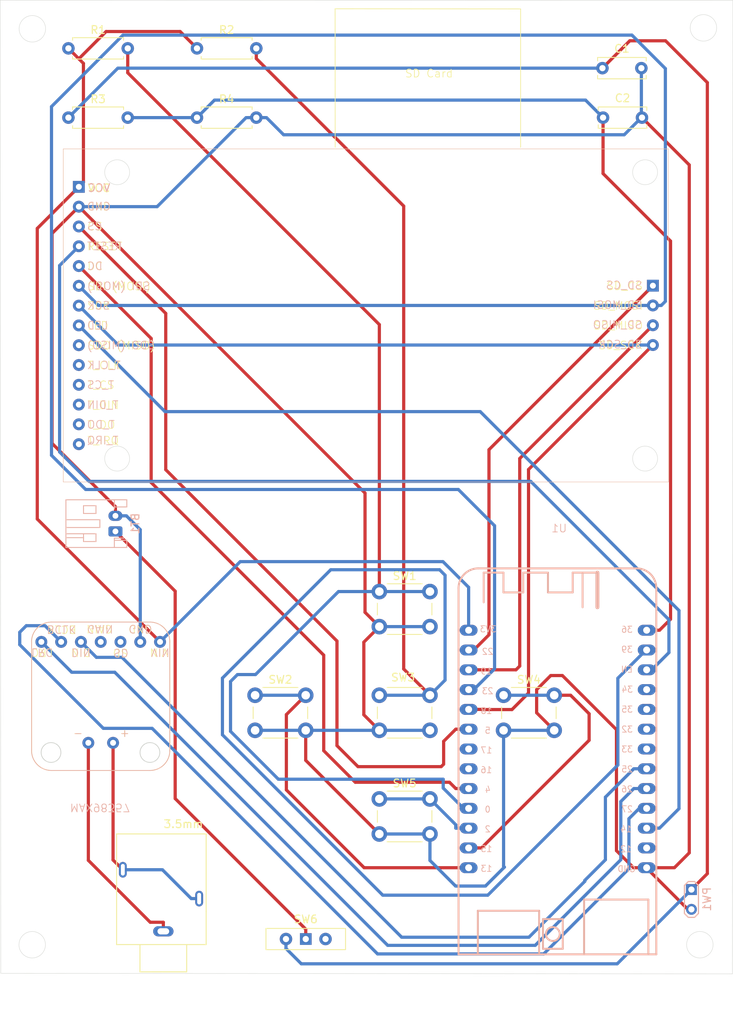
<source format=kicad_pcb>
(kicad_pcb (version 20240108) (generator "pcbnew") (generator_version "8.0")
  (layers (0 "F.Cu" signal) (31 "B.Cu" signal) (34 "B.Paste" user) (35 "F.Paste" user) (36 "B.SilkS" user "B.Silkscreen") (37 "F.SilkS" user "F.Silkscreen") (38 "B.Mask" user) (39 "F.Mask" user) (44 "Edge.Cuts" user))
  (net 0 "")
  (net 1 "14")
  (net 2 "SCK")
  (net 3 "CS_LCD")
  (net 4 "SD_CS")
  (net 5 "GPIO4")
  (net 6 "EN")
  (net 7 "GND")
  (net 8 "VCC")
  (net 9 "SDI")
  (net 10 "SDO")
  (net 11 "MAX_DIN")
  (net 12 "MAX_BCLK")
  (net 13 "MAX_LRC")
  (net 14 "audio+")
  (net 15 "audio-")
  (net 16 "PWR")
  (net 17 "VCC2")
  (net 18 "VP")
  (net 19 "SW1")
  (net 20 "SW2")
  (net 21 "SW3")
  (net 22 "SW4")
  (net 23 "SW5")
  (footprint "Resistor_THT:R_Axial_DIN0207_L6.3mm_D2.5mm_P7.62mm_Horizontal" (layer "F.Cu") (at 111.15 41.1433)
    (property "Reference" "R3" (at 3.81 -2.37 0) (layer "F.SilkS"))
    (property "Value" "R3")
    (pad "1" thru_hole circle (at 0 0) (size 1.6 1.6) (drill 0.8) (layers "*.Cu" "*.Mask") (net 17 "VCC2"))
    (pad "2" thru_hole oval (at 7.62 0) (size 1.6 1.6) (drill 0.8) (layers "*.Cu" "*.Mask") (net 18 "VP"))
  )
  (footprint "Resistor_THT:R_Axial_DIN0207_L6.3mm_D2.5mm_P7.62mm_Horizontal" (layer "F.Cu") (at 127.66 41.1433)
    (property "Reference" "R4" (at 3.81 -2.37 0) (layer "F.SilkS"))
    (property "Value" "R4")
    (pad "1" thru_hole circle (at 0 0) (size 1.6 1.6) (drill 0.8) (layers "*.Cu" "*.Mask") (net 18 "VP"))
    (pad "2" thru_hole oval (at 7.62 0) (size 1.6 1.6) (drill 0.8) (layers "*.Cu" "*.Mask") (net 7 "GND"))
  )
  (footprint "PJ324M:WENZHOU_PJ324M_2" (layer "F.Cu") (at 123.34 140.1633 180)
    (property "Reference" "3.5mm" (at -2.575 8.365 0) (layer "F.SilkS"))
    (property "Value" "WENZHOU_PJ324M_2")
    (pad "1 (GND)" thru_hole oval (at 0 -5.4 180) (size 2.616 1.308) (drill oval 1.5 0.8) (layers "*.Cu" "*.Mask") (net 15 "audio-"))
    (pad "2 (R)" thru_hole oval (at 5.2 2.5 180) (size 1.008 2.016) (drill oval 0.5 1.5) (layers "*.Cu" "*.Mask") (net 14 "audio+"))
    (pad "5 (L)" thru_hole oval (at -4.6 -1.2 180) (size 1.008 2.016) (drill oval 0.5 1.5) (layers "*.Cu" "*.Mask") (net 14 "audio+"))
  )
  (footprint "Resistor_THT:R_Axial_DIN0207_L6.3mm_D2.5mm_P7.62mm_Horizontal" (layer "F.Cu") (at 111.15 32.2533)
    (property "Reference" "R1" (at 3.81 -2.37 0) (layer "F.SilkS"))
    (property "Value" "R1")
    (pad "1" thru_hole circle (at 0 0) (size 1.6 1.6) (drill 0.8) (layers "*.Cu" "*.Mask") (net 8 "VCC"))
    (pad "2" thru_hole oval (at 7.62 0) (size 1.6 1.6) (drill 0.8) (layers "*.Cu" "*.Mask") (net 19 "SW1"))
  )
  (footprint "ILI9341 LCD:2.4 SPI TFT ILI9341 LCD" (layer "F.Cu") (at 149.175 64.0033)
    (property "Reference" "REF**" (hide yes))
    (property "Value" "2.4 SPI TFT ILI9341 LCD")
    (fp_circle (center -31.765004 20.895773) (end -30.165004 20.895773) (stroke (width 0.05)) (fill none) (layer "Edge.Cuts"))
    (fp_circle (center -31.765 -15.85) (end -30.165 -15.85) (stroke (width 0.05)) (fill none) (layer "Edge.Cuts"))
    (fp_circle (center 36.034996 20.895773) (end 37.634996 20.895773) (stroke (width 0.05)) (fill none) (layer "Edge.Cuts"))
    (fp_circle (center 36.035 -15.85) (end 37.635 -15.85) (stroke (width 0.05)) (fill none) (layer "Edge.Cuts"))
    (fp_text user "T_CS" (at -32.096428 12.025 0) (layer "B.SilkS") (effects (font (thickness 0.1)) (justify left bottom mirror)))
    (fp_text user "LED" (at -32.858333 4.4 0) (layer "B.SilkS") (effects (font (thickness 0.1)) (justify left bottom mirror)))
    (fp_text user "RESET" (at -31.048809 -5.775 0) (layer "B.SilkS") (effects (font (thickness 0.1)) (justify left bottom mirror)))
    (fp_text user "VCC" (at -32.565476 -13.25 0) (layer "B.SilkS") (effects (justify left bottom mirror)))
    (fp_text user "SCK" (at -32.620238 1.85 0) (layer "B.SilkS") (effects (font (thickness 0.1)) (justify left bottom mirror)))
    (fp_text user "T_IRQ" (at -31.525 19.15 0) (layer "B.SilkS") (effects (font (thickness 0.1)) (justify left bottom mirror)))
    (fp_text user "SDO (MISO)" (at -26.858333 6.95 0) (layer "B.SilkS") (effects (font (thickness 0.1)) (justify left bottom mirror)))
    (fp_text user "T_DO" (at -32.00119 17.125 0) (layer "B.SilkS") (effects (font (thickness 0.1)) (justify left bottom mirror)))
    (fp_text user "DC" (at -33.572619 -3.225 0) (layer "B.SilkS") (effects (font (thickness 0.1)) (justify left bottom mirror)))
    (fp_text user "SD_MISO" (at 35.725 4.3 0) (layer "B.SilkS") (effects (font (thickness 0.1)) (justify left bottom mirror)))
    (fp_text user "SD_MOSI" (at 35.725 1.766667 0) (layer "B.SilkS") (effects (font (thickness 0.1)) (justify left bottom mirror)))
    (fp_text user "T_CLK" (at -31.239285 9.5 0) (layer "B.SilkS") (effects (font (thickness 0.1)) (justify left bottom mirror)))
    (fp_text user "SDI (MOSI)" (at -27.429762 -0.65 0) (layer "B.SilkS") (effects (font (thickness 0.1)) (justify left bottom mirror)))
    (fp_text user "CS" (at -33.620238 -8.325 0) (layer "B.SilkS") (effects (font (thickness 0.1)) (justify left bottom mirror)))
    (fp_text user "T_DIN" (at -31.525 14.6 0) (layer "B.SilkS") (effects (font (thickness 0.1)) (justify left bottom mirror)))
    (fp_text user "SD_SCK" (at 35.725 6.833334 0) (layer "B.SilkS") (effects (font (thickness 0.1)) (justify left bottom mirror)))
    (fp_text user "SD_CS" (at 35.725 -0.766666 0) (layer "B.SilkS") (effects (font (thickness 0.1)) (justify left bottom mirror)))
    (fp_text user "GND" (at -32.525 -10.875 0) (layer "B.SilkS") (effects (font (thickness 0.1)) (justify left bottom mirror)))
    (fp_text user "T_CLK" (at -35.660002 9.522887 0) (layer "F.SilkS") (effects (font (thickness 0.1)) (justify left bottom)))
    (fp_text user "T_DO" (at -35.660002 17.147887 0) (layer "F.SilkS") (effects (font (thickness 0.1)) (justify left bottom)))
    (fp_text user "T_IRQ" (at -35.660002 19.172887 0) (layer "F.SilkS") (effects (font (thickness 0.1)) (justify left bottom)))
    (fp_text user "RESET" (at -35.685002 -5.752113 0) (layer "F.SilkS") (effects (font (thickness 0.1)) (justify left bottom)))
    (fp_text user "T_CS" (at -35.660002 12.047887 0) (layer "F.SilkS") (effects (font (thickness 0.1)) (justify left bottom)))
    (fp_text user "VCC" (at -35.635002 -13.227113 0) (layer "F.SilkS") (effects (justify left bottom)))
    (fp_text user "SCK" (at -35.660002 1.872887 0) (layer "F.SilkS") (effects (font (thickness 0.1)) (justify left bottom)))
    (fp_text user "SD_MISO" (at 29.348332 4.414553 0) (layer "F.SilkS") (effects (font (thickness 0.1)) (justify left bottom)))
    (fp_text user "GND" (at -35.710002 -10.852113 0) (layer "F.SilkS") (effects (font (thickness 0.1)) (justify left bottom)))
    (fp_text user "SD_MOSI" (at 29.348332 1.88122 0) (layer "F.SilkS") (effects (font (thickness 0.1)) (justify left bottom)))
    (fp_text user "LED" (at -35.660002 4.422887 0) (layer "F.SilkS") (effects (font (thickness 0.1)) (justify left bottom)))
    (fp_text user "CS" (at -35.660002 -8.302113 0) (layer "F.SilkS") (effects (font (thickness 0.1)) (justify left bottom)))
    (fp_text user "SD_SCK" (at 30.014998 6.947887 0) (layer "F.SilkS") (effects (font (thickness 0.1)) (justify left bottom)))
    (fp_text user "DC" (at -35.660002 -3.202113 0) (layer "F.SilkS") (effects (font (thickness 0.1)) (justify left bottom)))
    (fp_text user "T_DIN" (at -35.660002 14.622887 0) (layer "F.SilkS") (effects (font (thickness 0.1)) (justify left bottom)))
    (fp_text user "SDI (MOSI)" (at -35.660002 -0.627113 0) (layer "F.SilkS") (effects (font (thickness 0.1)) (justify left bottom)))
    (fp_text user "SD_CS" (at 31.014998 -0.652113 0) (layer "F.SilkS") (effects (font (thickness 0.1)) (justify left bottom)))
    (fp_text user "SDO (MISO)" (at -35.660002 6.972887 0) (layer "F.SilkS") (effects (font (thickness 0.1)) (justify left bottom)))
    (pad "CS" thru_hole circle (at -36.685004 -8.894227) (size 1.524 1.524) (drill 0.762) (layers "*.Cu" "*.Mask") (net 3 "CS_LCD"))
    (pad "DC" thru_hole circle (at -36.685004 -3.814227) (size 1.524 1.524) (drill 0.762) (layers "*.Cu" "*.Mask") (net 5 "GPIO4"))
    (pad "GND" thru_hole circle (at -36.685004 -11.434227) (size 1.524 1.524) (drill 0.762) (layers "*.Cu" "*.Mask") (net 7 "GND"))
    (pad "LED" thru_hole circle (at -36.685004 3.805773) (size 1.524 1.524) (drill 0.762) (layers "*.Cu" "*.Mask") (net 1 "14"))
    (pad "RESET" thru_hole circle (at -36.685002 -6.352113) (size 1.524 1.524) (drill 0.762) (layers "*.Cu" "*.Mask") (net 6 "EN"))
    (pad "SCK" thru_hole circle (at -36.685004 1.265773) (size 1.524 1.524) (drill 0.762) (layers "*.Cu" "*.Mask") (net 2 "SCK"))
    (pad "SDI (MOSI)" thru_hole circle (at -36.685004 -1.274227) (size 1.524 1.524) (drill 0.762) (layers "*.Cu" "*.Mask") (net 9 "SDI"))
    (pad "SDO (MISO)" thru_hole circle (at -36.685004 6.345773) (size 1.524 1.524) (drill 0.762) (layers "*.Cu" "*.Mask"))
    (pad "SD_CS" thru_hole rect (at 37.035 -1.297113) (size 1.524 1.524) (drill 0.762) (layers "*.Cu" "*.Mask") (net 4 "SD_CS"))
    (pad "SD_MISO" thru_hole circle (at 37.035 3.782887) (size 1.524 1.524) (drill 0.762) (layers "*.Cu" "*.Mask") (net 10 "SDO"))
    (pad "SD_MOSI" thru_hole circle (at 37.035 1.242887) (size 1.524 1.524) (drill 0.762) (layers "*.Cu" "*.Mask") (net 9 "SDI"))
    (pad "SD_SCK" thru_hole circle (at 37.035 6.322887) (size 1.524 1.524) (drill 0.762) (layers "*.Cu" "*.Mask") (net 2 "SCK"))
    (pad "T_CLK" thru_hole circle (at -36.685004 8.885773) (size 1.524 1.524) (drill 0.762) (layers "*.Cu" "*.Mask"))
    (pad "T_CS" thru_hole circle (at -36.685004 11.425773) (size 1.524 1.524) (drill 0.762) (layers "*.Cu" "*.Mask"))
    (pad "T_DIN" thru_hole circle (at -36.685004 13.965773) (size 1.524 1.524) (drill 0.762) (layers "*.Cu" "*.Mask"))
    (pad "T_DO" thru_hole circle (at -36.685002 16.497887) (size 1.524 1.524) (drill 0.762) (layers "*.Cu" "*.Mask"))
    (pad "T_IRQ" thru_hole circle (at -36.685002 19.047887) (size 1.524 1.524) (drill 0.762) (layers "*.Cu" "*.Mask"))
    (pad "VCC" thru_hole rect (at -36.685002 -13.977113) (size 1.524 1.524) (drill 0.762) (layers "*.Cu" "*.Mask") (net 8 "VCC"))
  )
  (footprint "Button_Switch_THT:SW_PUSH_6mm" (layer "F.Cu") (at 135.125 115.2683)
    (property "Reference" "SW2" (at 3.25 -2 0) (layer "F.SilkS"))
    (property "Value" "SW_PUSH_6mm")
    (pad "1" thru_hole circle (at 0 0 90) (size 2 2) (drill 1.1) (layers "*.Cu" "*.Mask") (net 20 "SW2"))
    (pad "1" thru_hole circle (at 6.5 0 90) (size 2 2) (drill 1.1) (layers "*.Cu" "*.Mask") (net 20 "SW2"))
    (pad "2" thru_hole circle (at 0 4.5 90) (size 2 2) (drill 1.1) (layers "*.Cu" "*.Mask") (net 7 "GND"))
    (pad "2" thru_hole circle (at 6.5 4.5 90) (size 2 2) (drill 1.1) (layers "*.Cu" "*.Mask") (net 7 "GND"))
  )
  (footprint "Button_Switch_THT:SW_PUSH_6mm" (layer "F.Cu") (at 167.035 115.2683)
    (property "Reference" "SW4" (at 3.25 -2 0) (layer "F.SilkS"))
    (property "Value" "SW_PUSH_6mm")
    (pad "1" thru_hole circle (at 0 0 90) (size 2 2) (drill 1.1) (layers "*.Cu" "*.Mask") (net 22 "SW4"))
    (pad "1" thru_hole circle (at 6.5 0 90) (size 2 2) (drill 1.1) (layers "*.Cu" "*.Mask") (net 22 "SW4"))
    (pad "2" thru_hole circle (at 0 4.5 90) (size 2 2) (drill 1.1) (layers "*.Cu" "*.Mask") (net 7 "GND"))
    (pad "2" thru_hole circle (at 6.5 4.5 90) (size 2 2) (drill 1.1) (layers "*.Cu" "*.Mask") (net 7 "GND"))
  )
  (footprint "Button_Switch_THT:SW_Slide-03_Wuerth-WS-SLTV_10x2.5x6.4_P2.54mm" (layer "F.Cu") (at 141.63 146.5533)
    (property "Reference" "SW6" (at 0 -2.54 0) (layer "F.SilkS"))
    (property "Value" "SW_Slide-03_Wuerth-WS-SLTV_10x2.5x6.4_P2.54mm")
    (pad "1" thru_hole rect (at 0 0) (size 1.5 1.5) (drill 0.8) (layers "*.Cu" "*.Mask") (net 16 "PWR"))
    (pad "2" thru_hole circle (at -2.54 0) (size 1.6 1.6) (drill 0.8) (layers "*.Cu" "*.Mask") (net 17 "VCC2"))
    (pad "3" thru_hole circle (at 2.54 0) (size 1.6 1.6) (drill 0.8) (layers "*.Cu" "*.Mask"))
  )
  (footprint "Capacitor_THT:C_Disc_D6.0mm_W2.5mm_P5.00mm" (layer "F.Cu") (at 179.73 34.7933)
    (property "Reference" "C1" (at 2.5 -2.5 0) (layer "F.SilkS"))
    (property "Value" "C1")
    (pad "1" thru_hole circle (at 0 0) (size 1.6 1.6) (drill 0.8) (layers "*.Cu" "*.Mask") (net 17 "VCC2"))
    (pad "2" thru_hole circle (at 5 0) (size 1.6 1.6) (drill 0.8) (layers "*.Cu" "*.Mask") (net 7 "GND"))
  )
  (footprint "Resistor_THT:R_Axial_DIN0207_L6.3mm_D2.5mm_P7.62mm_Horizontal" (layer "F.Cu") (at 127.66 32.2533)
    (property "Reference" "R2" (at 3.81 -2.37 0) (layer "F.SilkS"))
    (property "Value" "R2")
    (pad "1" thru_hole circle (at 0 0) (size 1.6 1.6) (drill 0.8) (layers "*.Cu" "*.Mask") (net 8 "VCC"))
    (pad "2" thru_hole oval (at 7.62 0) (size 1.6 1.6) (drill 0.8) (layers "*.Cu" "*.Mask") (net 21 "SW3"))
  )
  (footprint "Capacitor_THT:C_Disc_D6.0mm_W2.5mm_P5.00mm" (layer "F.Cu") (at 179.81 41.1433)
    (property "Reference" "C2" (at 2.5 -2.5 0) (layer "F.SilkS"))
    (property "Value" "C2")
    (pad "1" thru_hole circle (at 0 0) (size 1.6 1.6) (drill 0.8) (layers "*.Cu" "*.Mask") (net 18 "VP"))
    (pad "2" thru_hole circle (at 5 0) (size 1.6 1.6) (drill 0.8) (layers "*.Cu" "*.Mask") (net 7 "GND"))
  )
  (footprint "Button_Switch_THT:SW_PUSH_6mm" (layer "F.Cu") (at 151.08 115.2683)
    (property "Reference" "SW3" (at 3.05 -2.285 0) (layer "F.SilkS"))
    (property "Value" "SW_PUSH_6mm")
    (pad "1" thru_hole circle (at 0 0 90) (size 2 2) (drill 1.1) (layers "*.Cu" "*.Mask") (net 21 "SW3"))
    (pad "1" thru_hole circle (at 6.5 0 90) (size 2 2) (drill 1.1) (layers "*.Cu" "*.Mask") (net 21 "SW3"))
    (pad "2" thru_hole circle (at 0 4.5 90) (size 2 2) (drill 1.1) (layers "*.Cu" "*.Mask") (net 7 "GND"))
    (pad "2" thru_hole circle (at 6.5 4.5 90) (size 2 2) (drill 1.1) (layers "*.Cu" "*.Mask") (net 7 "GND"))
  )
  (footprint "Button_Switch_THT:SW_PUSH_6mm" (layer "F.Cu") (at 151.08 101.9633)
    (property "Reference" "SW1" (at 3.25 -2 0) (layer "F.SilkS"))
    (property "Value" "SW_PUSH_6mm")
    (pad "1" thru_hole circle (at 0 0 90) (size 2 2) (drill 1.1) (layers "*.Cu" "*.Mask") (net 19 "SW1"))
    (pad "1" thru_hole circle (at 6.5 0 90) (size 2 2) (drill 1.1) (layers "*.Cu" "*.Mask") (net 19 "SW1"))
    (pad "2" thru_hole circle (at 0 4.5 90) (size 2 2) (drill 1.1) (layers "*.Cu" "*.Mask") (net 7 "GND"))
    (pad "2" thru_hole circle (at 6.5 4.5 90) (size 2 2) (drill 1.1) (layers "*.Cu" "*.Mask") (net 7 "GND"))
  )
  (footprint "Button_Switch_THT:SW_PUSH_6mm" (layer "F.Cu") (at 151.08 128.5733)
    (property "Reference" "SW5" (at 3.25 -2 0) (layer "F.SilkS"))
    (property "Value" "SW_PUSH_6mm")
    (pad "1" thru_hole circle (at 0 0 90) (size 2 2) (drill 1.1) (layers "*.Cu" "*.Mask") (net 23 "SW5"))
    (pad "1" thru_hole circle (at 6.5 0 90) (size 2 2) (drill 1.1) (layers "*.Cu" "*.Mask") (net 23 "SW5"))
    (pad "2" thru_hole circle (at 0 4.5 90) (size 2 2) (drill 1.1) (layers "*.Cu" "*.Mask") (net 7 "GND"))
    (pad "2" thru_hole circle (at 6.5 4.5 90) (size 2 2) (drill 1.1) (layers "*.Cu" "*.Mask") (net 7 "GND"))
  )
  (footprint "Wemos:Wemos Lolin32 Lite v1.0.0" (layer "B.Cu") (at 174.17 94.3533 180)
    (property "Reference" "U1" (at 0 0.5 0) (layer "B.SilkS") (effects (font (thickness 0.1)) (justify mirror)))
    (property "Value" "Wemos Lolin32 Lite v1.0.0")
    (fp_text user "3V3" (at 8.003 -12.426 0) (layer "B.SilkS") (effects (font (size 0.8 0.762) (thickness 0.102)) (justify left mirror)))
    (fp_text user "36" (at -9.502 -12.48 0) (layer "B.SilkS") (effects (font (size 0.8 0.762) (thickness 0.102)) (justify left mirror)))
    (fp_text user "22" (at 8.394 -15.311 0) (layer "B.SilkS") (effects (font (size 0.8 0.762) (thickness 0.102)) (justify left mirror)))
    (fp_text user "EN" (at -9.502 -17.602 0) (layer "B.SilkS") (effects (font (size 0.8 0.762) (thickness 0.102)) (justify left mirror)))
    (fp_text user "4" (at 8.733 -33.033 0) (layer "B.SilkS") (effects (font (size 0.8 0.762) (thickness 0.102)) (justify left mirror)))
    (fp_text user "18" (at 8.55 -22.906 0) (layer "B.SilkS") (effects (font (size 0.8 0.762) (thickness 0.102)) (justify left mirror)))
    (fp_text user "13" (at 8.55 -43.16 0) (layer "B.SilkS") (effects (font (size 0.8 0.762) (thickness 0.102)) (justify left mirror)))
    (fp_text user "15" (at 8.55 -40.628 0) (layer "B.SilkS") (effects (font (size 0.8 0.762) (thickness 0.102)) (justify left mirror)))
    (fp_text user "23" (at 8.394 -20.374 0) (layer "B.SilkS") (effects (font (size 0.8 0.762) (thickness 0.102)) (justify left mirror)))
    (fp_text user "12" (at -9.364 -40.653 0) (layer "B.SilkS") (effects (font (size 0.8 0.762) (thickness 0.102)) (justify left mirror)))
    (fp_text user "32" (at -9.52 -25.286 0) (layer "B.SilkS") (effects (font (size 0.8 0.762) (thickness 0.102)) (justify left mirror)))
    (fp_text user "0" (at 8.751 -35.565 0) (layer "B.SilkS") (effects (font (size 0.8 0.762) (thickness 0.102)) (justify left mirror)))
    (fp_text user "39" (at -9.502 -15.041 0) (layer "B.SilkS") (effects (font (size 0.8 0.762) (thickness 0.102)) (justify left mirror)))
    (fp_text user "33" (at -9.52 -27.847 0) (layer "B.SilkS") (effects (font (size 0.8 0.762) (thickness 0.102)) (justify left mirror)))
    (fp_text user "26" (at -9.502 -32.969 0) (layer "B.SilkS") (effects (font (size 0.8 0.762) (thickness 0.102)) (justify left mirror)))
    (fp_text user "17" (at 8.55 -27.97 0) (layer "B.SilkS") (effects (font (size 0.8 0.762) (thickness 0.102)) (justify left mirror)))
    (fp_text user "16" (at 8.568 -30.501 0) (layer "B.SilkS") (effects (font (size 0.8 0.762) (thickness 0.102)) (justify left mirror)))
    (fp_text user "19" (at 8.568 -17.843 0) (layer "B.SilkS") (effects (font (size 0.8 0.762) (thickness 0.102)) (justify left mirror)))
    (fp_text user "35" (at -9.52 -22.725 0) (layer "B.SilkS") (effects (font (size 0.8 0.762) (thickness 0.102)) (justify left mirror)))
    (fp_text user "5" (at 8.751 -25.438 0) (layer "B.SilkS") (effects (font (size 0.8 0.762) (thickness 0.102)) (justify left mirror)))
    (fp_text user "34" (at -9.537 -20.164 0) (layer "B.SilkS") (effects (font (size 0.8 0.762) (thickness 0.102)) (justify left mirror)))
    (fp_text user "27" (at -9.52 -35.531 0) (layer "B.SilkS") (effects (font (size 0.8 0.762) (thickness 0.102)) (justify left mirror)))
    (fp_text user "25" (at -9.52 -30.408 0) (layer "B.SilkS") (effects (font (size 0.8 0.762) (thickness 0.102)) (justify left mirror)))
    (fp_text user "GND" (at -9.894 -43.214 0) (layer "B.SilkS") (effects (font (size 0.8 0.762) (thickness 0.102)) (justify left mirror)))
    (fp_text user "14" (at -9.382 -38.092 0) (layer "B.SilkS") (effects (font (size 0.8 0.762) (thickness 0.102)) (justify left mirror)))
    (fp_text user "2" (at 8.751 -38.097 0) (layer "B.SilkS") (effects (font (size 0.8 0.762) (thickness 0.102)) (justify left mirror)))
    (pad "0" thru_hole oval (at 11.621877 -35.4305 180) (size 2.286 1.4) (drill 0.889) (layers "*.Cu" "*.Paste" "*.Mask") (net 19 "SW1"))
    (pad "2" thru_hole oval (at 11.621877 -37.9705 180) (size 2.286 1.4) (drill 0.889) (layers "*.Cu" "*.Paste" "*.Mask") (net 23 "SW5"))
    (pad "3v" thru_hole oval (at 11.621877 -12.5705 180) (size 2.286 1.4) (drill 0.889) (layers "*.Cu" "*.Paste" "*.Mask") (net 8 "VCC"))
    (pad "4" thru_hole oval (at 11.621877 -32.8905 180) (size 2.286 1.4) (drill 0.889) (layers "*.Cu" "*.Paste" "*.Mask") (net 5 "GPIO4"))
    (pad "5" thru_hole oval (at 11.621877 -25.2705 180) (size 2.286 1.4) (drill 0.889) (layers "*.Cu" "*.Paste" "*.Mask") (net 3 "CS_LCD"))
    (pad "12" thru_hole oval (at -11.238123 -40.5105 180) (size 2.286 1.4) (drill 0.889) (layers "*.Cu" "*.Paste" "*.Mask"))
    (pad "13" thru_hole oval (at 11.621877 -43.0505 180) (size 2.286 1.4) (drill 0.889) (layers "*.Cu" "*.Paste" "*.Mask") (net 20 "SW2"))
    (pad "14" thru_hole oval (at -11.238123 -37.9705 180) (size 2.286 1.4) (drill 0.889) (layers "*.Cu" "*.Paste" "*.Mask") (net 1 "14"))
    (pad "15" thru_hole oval (at 11.621877 -40.5105 180) (size 2.286 1.4) (drill 0.889) (layers "*.Cu" "*.Paste" "*.Mask") (net 22 "SW4"))
    (pad "16" thru_hole oval (at 11.621877 -30.3505 180) (size 2.286 1.4) (drill 0.889) (layers "*.Cu" "*.Paste" "*.Mask"))
    (pad "17" thru_hole oval (at 11.621877 -27.8105 180) (size 2.286 1.4) (drill 0.889) (layers "*.Cu" "*.Paste" "*.Mask"))
    (pad "18" thru_hole oval (at 11.621877 -22.7305 180) (size 2.286 1.4) (drill 0.889) (layers "*.Cu" "*.Paste" "*.Mask") (net 2 "SCK"))
    (pad "19" thru_hole oval (at 11.621877 -17.6505 180) (size 2.286 1.4) (drill 0.889) (layers "*.Cu" "*.Paste" "*.Mask") (net 10 "SDO"))
    (pad "22" thru_hole oval (at 11.621877 -15.1105 180) (size 2.286 1.4) (drill 0.889) (layers "*.Cu" "*.Paste" "*.Mask") (net 4 "SD_CS"))
    (pad "23" thru_hole oval (at 11.621877 -20.1905 180) (size 2.286 1.4) (drill 0.889) (layers "*.Cu" "*.Paste" "*.Mask") (net 9 "SDI"))
    (pad "25" thru_hole oval (at -11.238123 -30.3505 180) (size 2.286 1.4) (drill 0.889) (layers "*.Cu" "*.Paste" "*.Mask") (net 11 "MAX_DIN"))
    (pad "26" thru_hole oval (at -11.238123 -32.8905 180) (size 2.286 1.4) (drill 0.889) (layers "*.Cu" "*.Paste" "*.Mask") (net 13 "MAX_LRC"))
    (pad "27" thru_hole oval (at -11.238123 -35.4305 180) (size 2.286 1.4) (drill 0.889) (layers "*.Cu" "*.Paste" "*.Mask") (net 12 "MAX_BCLK"))
    (pad "32" thru_hole oval (at -11.238123 -25.2705 180) (size 2.286 1.4) (drill 0.889) (layers "*.Cu" "*.Paste" "*.Mask"))
    (pad "33" thru_hole oval (at -11.238123 -27.8105 180) (size 2.286 1.4) (drill 0.889) (layers "*.Cu" "*.Paste" "*.Mask"))
    (pad "34" thru_hole oval (at -11.238123 -20.1905 180) (size 2.286 1.4) (drill 0.889) (layers "*.Cu" "*.Paste" "*.Mask"))
    (pad "35" thru_hole oval (at -11.238123 -22.7305 180) (size 2.286 1.4) (drill 0.889) (layers "*.Cu" "*.Paste" "*.Mask"))
    (pad "EN" thru_hole oval (at -11.238123 -17.6505 180) (size 2.286 1.4) (drill 0.889) (layers "*.Cu" "*.Paste" "*.Mask") (net 6 "EN"))
    (pad "GND" thru_hole oval (at -11.238123 -43.0505 180) (size 2.286 1.4) (drill 0.889) (layers "*.Cu" "*.Paste" "*.Mask") (net 7 "GND"))
    (pad "VN" thru_hole oval (at -11.238123 -15.1105 180) (size 2.286 1.4) (drill 0.889) (layers "*.Cu" "*.Paste" "*.Mask") (net 21 "SW3"))
    (pad "VP" thru_hole oval (at -11.238123 -12.5705 180) (size 2.286 1.4) (drill 0.889) (layers "*.Cu" "*.Paste" "*.Mask") (net 18 "VP"))
  )
  (footprint "Adafruit MAX98357A I2S:MAX98357 I2C Audio Driver" (layer "B.Cu") (at 115.2075 129.1843)
    (property "Reference" "MAX98357" (at 0 0.5 180) (layer "B.SilkS") (effects (font (thickness 0.1)) (justify mirror)))
    (property "Value" "MAX98357 I2C Audio Driver")
    (fp_circle (center -6.29 -6.57) (end -5.02 -6.57) (stroke (width 0.1)) (fill none) (layer "Edge.Cuts"))
    (fp_circle (center 6.41 -6.57) (end 7.68 -6.57) (stroke (width 0.1)) (fill none) (layer "Edge.Cuts"))
    (fp_text user "-" (at -3.5 -9.5 180) (layer "B.SilkS") (effects (font (thickness 0.1)) (justify left bottom mirror)))
    (fp_text user "DIN" (at -3.75 -20 180) (layer "B.SilkS") (effects (font (thickness 0.1)) (justify left bottom mirror)))
    (fp_text user "GND" (at 3.6 -23.02 180) (layer "B.SilkS") (effects (font (thickness 0.1)) (justify left bottom mirror)))
    (fp_text user "VIN" (at 6.5 -20 180) (layer "B.SilkS") (effects (font (thickness 0.1)) (justify left bottom mirror)))
    (fp_text user "GAIN" (at -1.75 -23 180) (layer "B.SilkS") (effects (font (thickness 0.1)) (justify left bottom mirror)))
    (fp_text user "BCLK" (at -6.92 -22.96 180) (layer "B.SilkS") (effects (font (thickness 0.1)) (justify left bottom mirror)))
    (fp_text user "LRC" (at -8.91 -20.01 180) (layer "B.SilkS") (effects (font (thickness 0.1)) (justify left bottom mirror)))
    (fp_text user "+" (at 2.5 -9.5 180) (layer "B.SilkS") (effects (font (thickness 0.1)) (justify left bottom mirror)))
    (fp_text user "SD" (at 1.65 -19.94 180) (layer "B.SilkS") (effects (font (thickness 0.1)) (justify left bottom mirror)))
    (fp_text user "+" (at 3.84 -9.51 180) (layer "F.SilkS") (effects (font (thickness 0.1)) (justify left bottom)))
    (fp_text user "GND" (at 6.75 -23.02 180) (layer "F.SilkS") (effects (font (thickness 0.1)) (justify left bottom)))
    (fp_text user "SD" (at 3.67 -19.95 180) (layer "F.SilkS") (effects (font (thickness 0.1)) (justify left bottom)))
    (fp_text user "DIN" (at -1.15 -20 180) (layer "F.SilkS") (effects (font (thickness 0.1)) (justify left bottom)))
    (fp_text user "VIN" (at 8.84 -20 180) (layer "F.SilkS") (effects (font (thickness 0.1)) (justify left bottom)))
    (fp_text user "BCLK" (at -2.95 -22.95 180) (layer "F.SilkS") (effects (font (thickness 0.1)) (justify left bottom)))
    (fp_text user "LRC" (at -5.95 -20 180) (layer "F.SilkS") (effects (font (thickness 0.1)) (justify left bottom)))
    (fp_text user "-" (at -2.16 -9.5 180) (layer "F.SilkS") (effects (font (thickness 0.1)) (justify left bottom)))
    (fp_text user "GAIN" (at 1.69 -23.01 180) (layer "F.SilkS") (effects (font (thickness 0.1)) (justify left bottom)))
    (pad "+" thru_hole circle (at 1.6775 -7.811) (size 1.524 1.524) (drill 0.762) (layers "*.Cu" "*.Mask") (net 14 "audio+"))
    (pad "-" thru_hole circle (at -1.4975 -7.811) (size 1.524 1.524) (drill 0.762) (layers "*.Cu" "*.Mask") (net 15 "audio-"))
    (pad "BCLK" thru_hole circle (at -4.99 -20.765) (size 1.524 1.524) (drill 0.762) (layers "*.Cu" "*.Mask") (net 12 "MAX_BCLK"))
    (pad "DIN" thru_hole circle (at -2.45 -20.765) (size 1.524 1.524) (drill 0.762) (layers "*.Cu" "*.Mask") (net 11 "MAX_DIN"))
    (pad "GAIN" thru_hole circle (at 0.09 -20.765) (size 1.524 1.524) (drill 0.762) (layers "*.Cu" "*.Mask"))
    (pad "GND" thru_hole circle (at 5.17 -20.765) (size 1.524 1.524) (drill 0.762) (layers "*.Cu" "*.Mask") (net 7 "GND"))
    (pad "LRC" thru_hole circle (at -7.53 -20.765) (size 1.524 1.524) (drill 0.762) (layers "*.Cu" "*.Mask") (net 13 "MAX_LRC"))
    (pad "SD" thru_hole circle (at 2.63 -20.765) (size 1.524 1.524) (drill 0.762) (layers "*.Cu" "*.Mask"))
    (pad "VIN" thru_hole circle (at 7.71 -20.765) (size 1.524 1.524) (drill 0.762) (layers "*.Cu" "*.Mask") (net 8 "VCC"))
  )
  (footprint "Connector_JST:JST_PH_S2B-PH-K_1x02_P2.00mm_Horizontal" (layer "B.Cu") (at 117.19 94.2433 90)
    (property "Reference" "BT1" (at 1 2.55 90) (layer "B.SilkS") (effects (justify mirror)))
    (property "Value" "JST_PH_S2B-PH-K_1x02_P2.00mm_Horizontal")
    (pad "1" thru_hole roundrect (at 0 0 90) (size 1.3 1.8) (drill 0.75) (layers "*.Cu" "*.Mask") (roundrect_rratio 0.208333) (net 16 "PWR"))
    (pad "2" thru_hole oval (at 2 0 90) (size 1.3 1.8) (drill 0.75) (layers "*.Cu" "*.Mask") (net 7 "GND"))
  )
  (footprint "TestPoint:TestPoint_2Pads_Pitch2.54mm_Drill0.8mm" (layer "B.Cu") (at 191.16 142.7433 90)
    (property "Reference" "PW1" (at 1.3 2 90) (layer "B.SilkS") (effects (justify mirror)))
    (property "Value" "TestPoint_2Pads_Pitch2.54mm_Drill0.8mm")
    (pad "1" thru_hole circle (at 0 0 90) (size 1.4 1.4) (drill 0.8) (layers "*.Cu" "*.Mask") (net 7 "GND"))
    (pad "2" thru_hole rect (at 2.54 0 90) (size 1.4 1.4) (drill 0.8) (layers "*.Cu" "*.Mask") (net 17 "VCC2"))
  )
  (gr_line (start 169.22 27.1933) (end 169.22 44.9533) (stroke (width 0.1)) (layer "F.SilkS"))
  (gr_line (start 145.41 44.9533) (end 145.4 27.1733) (stroke (width 0.1)) (layer "F.SilkS"))
  (gr_line (start 145.4 27.1733) (end 169.22 27.1933) (stroke (width 0.1)) (layer "F.SilkS"))
  (gr_line (start 196.42 151.0233) (end 102.47 150.9533) (stroke (width 0.05)) (layer "Edge.Cuts"))
  (gr_line (start 102.39 26.0733) (end 196.48 26.1033) (stroke (width 0.05)) (layer "Edge.Cuts"))
  (gr_circle (center 192.24 147.2833) (end 193.94 147.2833) (stroke (width 0.05)) (fill none) (layer "Edge.Cuts"))
  (gr_line (start 102.47 150.9533) (end 102.39 26.0733) (stroke (width 0.05)) (layer "Edge.Cuts"))
  (gr_circle (center 106.5 147.2833) (end 108.2 147.2833) (stroke (width 0.05)) (fill none) (layer "Edge.Cuts"))
  (gr_circle (center 192.7 29.6233) (end 194.4 29.6233) (stroke (width 0.05)) (fill none) (layer "Edge.Cuts"))
  (gr_circle (center 106.52 29.7433) (end 108.22 29.7433) (stroke (width 0.05)) (fill none) (layer "Edge.Cuts"))
  (gr_line (start 196.48 26.1033) (end 196.42 151.0233) (stroke (width 0.05)) (layer "Edge.Cuts"))
  (gr_text "SD Card" (at 154.33 36.0633 0) (layer "F.SilkS") (effects (font (size 1 1) (thickness 0.1)) (justify left bottom)))
  (segment (start 112.49 67.8091) (end 123.5512 78.8703) (width 0.4064) (layer "B.Cu") (net 1))
  (segment (start 189.56 104.39437) (end 189.56 129.8246) (width 0.4064) (layer "B.Cu") (net 1))
  (segment (start 187.0608 132.3238) (end 185.4081 132.3238) (width 0.4064) (layer "B.Cu") (net 1))
  (segment (start 164.03593 78.8703) (end 189.56 104.39437) (width 0.4064) (layer "B.Cu") (net 1))
  (segment (start 123.5512 78.8703) (end 164.03593 78.8703) (width 0.4064) (layer "B.Cu") (net 1))
  (segment (start 189.56 129.8246) (end 187.0608 132.3238) (width 0.4064) (layer "B.Cu") (net 1))
  (segment (start 162.5481 117.0838) (end 164.2008 117.0838) (width 0.4064) (layer "F.Cu") (net 2))
  (segment (start 170.24 86.2962) (end 186.21 70.3262) (width 0.4064) (layer "F.Cu") (net 2))
  (segment (start 164.2235 117.1065) (end 168.1135 117.1065) (width 0.4064) (layer "F.Cu") (net 2))
  (segment (start 170.24 114.98) (end 170.24 86.2962) (width 0.4064) (layer "F.Cu") (net 2))
  (segment (start 164.2008 117.0838) (end 164.2235 117.1065) (width 0.4064) (layer "F.Cu") (net 2))
  (segment (start 168.1135 117.1065) (end 170.24 114.98) (width 0.4064) (layer "F.Cu") (net 2))
  (segment (start 186.21 70.3262) (end 117.5471 70.3262) (width 0.4064) (layer "B.Cu") (net 2))
  (segment (start 117.5471 70.3262) (end 112.49 65.2691) (width 0.4064) (layer "B.Cu") (net 2))
  (segment (start 159.34 121.1792) (end 160.8954 119.6238) (width 0.4064) (layer "F.Cu") (net 3))
  (segment (start 162.5481 119.6238) (end 160.8954 119.6238) (width 0.4064) (layer "F.Cu") (net 3))
  (segment (start 148.34 124.4333) (end 159.02 124.4333) (width 0.4064) (layer "F.Cu") (net 3))
  (segment (start 145.64 121.7333) (end 145.64 108.3133) (width 0.4064) (layer "F.Cu") (net 3))
  (segment (start 123.6506 86.3239) (end 123.6506 66.2697) (width 0.4064) (layer "F.Cu") (net 3))
  (segment (start 123.6506 66.2697) (end 112.49 55.1091) (width 0.4064) (layer "F.Cu") (net 3))
  (segment (start 159.34 124.1133) (end 159.34 121.1792) (width 0.4064) (layer "F.Cu") (net 3))
  (segment (start 148.34 124.4333) (end 145.64 121.7333) (width 0.4064) (layer "F.Cu") (net 3))
  (segment (start 145.64 108.3133) (end 123.6506 86.3239) (width 0.4064) (layer "F.Cu") (net 3))
  (segment (start 159.02 124.4333) (end 159.34 124.1133) (width 0.4064) (layer "F.Cu") (net 3))
  (segment (start 186.21 62.7062) (end 165.16 83.7562) (width 0.4064) (layer "F.Cu") (net 4))
  (segment (start 165.16 107.5133) (end 163.2095 109.4638) (width 0.4064) (layer "F.Cu") (net 4))
  (segment (start 163.2095 109.4638) (end 162.5481 109.4638) (width 0.4064) (layer "F.Cu") (net 4))
  (segment (start 165.16 83.7562) (end 165.16 107.5133) (width 0.4064) (layer "F.Cu") (net 4))
  (segment (start 162.5481 127.2438) (end 160.8954 127.2438) (width 0.4064) (layer "F.Cu") (net 5))
  (segment (start 143.94 122.3833) (end 143.94 110.1281) (width 0.4064) (layer "F.Cu") (net 5))
  (segment (start 121.7752 69.4743) (end 121.7752 87.9633) (width 0.4064) (layer "F.Cu") (net 5))
  (segment (start 160.0849 126.4333) (end 147.99 126.4333) (width 0.4064) (layer "F.Cu") (net 5))
  (segment (start 112.49 60.1891) (end 121.7752 69.4743) (width 0.4064) (layer "F.Cu") (net 5))
  (segment (start 143.94 110.1281) (end 121.7752 87.9633) (width 0.4064) (layer "F.Cu") (net 5))
  (segment (start 160.8954 127.2438) (end 160.0849 126.4333) (width 0.4064) (layer "F.Cu") (net 5))
  (segment (start 147.99 126.4333) (end 143.94 122.3833) (width 0.4064) (layer "F.Cu") (net 5))
  (segment (start 188.27 109.7933) (end 186.0595 112.0038) (width 0.4064) (layer "B.Cu") (net 6))
  (segment (start 110.02 84.048248) (end 113.795052 87.8233) (width 0.4064) (layer "B.Cu") (net 6))
  (segment (start 113.795052 87.8233) (end 170.52 87.8233) (width 0.4064) (layer "B.Cu") (net 6))
  (segment (start 186.2395 112.0038) (end 185.408123 112.0038) (width 0.4064) (layer "B.Cu") (net 6))
  (segment (start 186.0595 112.0038) (end 185.408123 112.0038) (width 0.4064) (layer "B.Cu") (net 6))
  (segment (start 112.49 57.6512) (end 110.02 60.1212) (width 0.4064) (layer "B.Cu") (net 6))
  (segment (start 188.27 105.5733) (end 188.27 109.7933) (width 0.4064) (layer "B.Cu") (net 6))
  (segment (start 170.52 87.8233) (end 188.27 105.5733) (width 0.4064) (layer "B.Cu") (net 6))
  (segment (start 110.02 60.1212) (end 110.02 84.048248) (width 0.4064) (layer "B.Cu") (net 6))
  (segment (start 171.2814 114.548638) (end 173.090038 112.74) (width 0.4064) (layer "F.Cu") (net 7))
  (segment (start 191.16 142.7433) (end 190.7 142.7433) (width 0.4064) (layer "F.Cu") (net 7))
  (segment (start 185.408123 137.4038) (end 188.9695 137.4038) (width 0.4064) (layer "F.Cu") (net 7))
  (segment (start 181.53 119.680538) (end 181.53 135.21) (width 0.4064) (layer "F.Cu") (net 7))
  (segment (start 174.589462 112.74) (end 181.53 119.680538) (width 0.4064) (layer "F.Cu") (net 7))
  (segment (start 190.88 135.4933) (end 190.88 47.2133) (width 0.4064) (layer "F.Cu") (net 7))
  (segment (start 141.625 123.6183) (end 151.08 133.0733) (width 0.4064) (layer "F.Cu") (net 7))
  (segment (start 173.090038 112.74) (end 174.589462 112.74) (width 0.4064) (layer "F.Cu") (net 7))
  (segment (start 141.625 119.7683) (end 141.625 123.6183) (width 0.4064) (layer "F.Cu") (net 7))
  (segment (start 149.2418 89.320877) (end 112.489996 52.569073) (width 0.4064) (layer "F.Cu") (net 7))
  (segment (start 171.2814 117.5147) (end 171.2814 114.548638) (width 0.4064) (layer "F.Cu") (net 7))
  (segment (start 149.2418 104.6251) (end 149.2418 89.320877) (width 0.4064) (layer "F.Cu") (net 7))
  (segment (start 149.09 117.7783) (end 151.08 119.7683) (width 0.4064) (layer "F.Cu") (net 7))
  (segment (start 109.05 82.9436) (end 117.19 91.0836) (width 0.4064) (layer "F.Cu") (net 7))
  (segment (start 149.09 108.4533) (end 149.09 117.7783) (width 0.4064) (layer "F.Cu") (net 7))
  (segment (start 190.7 142.7433) (end 185.3605 137.4038) (width 0.4064) (layer "F.Cu") (net 7))
  (segment (start 181.53 135.21) (end 183.7238 137.4038) (width 0.4064) (layer "F.Cu") (net 7))
  (segment (start 117.19 91.0836) (end 117.19 92.2433) (width 0.4064) (layer "F.Cu") (net 7))
  (segment (start 109.05 56.0091) (end 109.05 82.9436) (width 0.4064) (layer "F.Cu") (net 7))
  (segment (start 151.08 106.4633) (end 149.09 108.4533) (width 0.4064) (layer "F.Cu") (net 7))
  (segment (start 188.9695 137.4038) (end 190.88 135.4933) (width 0.4064) (layer "F.Cu") (net 7))
  (segment (start 183.7238 137.4038) (end 185.408123 137.4038) (width 0.4064) (layer "F.Cu") (net 7))
  (segment (start 151.08 106.4633) (end 149.2418 104.6251) (width 0.4064) (layer "F.Cu") (net 7))
  (segment (start 173.535 119.7683) (end 171.2814 117.5147) (width 0.4064) (layer "F.Cu") (net 7))
  (segment (start 112.49 52.5691) (end 109.05 56.0091) (width 0.4064) (layer "F.Cu") (net 7))
  (segment (start 190.88 47.2133) (end 184.81 41.1433) (width 0.4064) (layer "F.Cu") (net 7))
  (segment (start 112.49 52.5691) (end 122.5445 52.5691) (width 0.4064) (layer "B.Cu") (net 7))
  (segment (start 182.53 43.3433) (end 184.73 41.1433) (width 0.4064) (layer "B.Cu") (net 7))
  (segment (start 157.58 136.4633) (end 160.87 139.7533) (width 0.4064) (layer "B.Cu") (net 7))
  (segment (start 157.58 119.7683) (end 151.08 119.7683) (width 0.4064) (layer "B.Cu") (net 7))
  (segment (start 136.5897 41.1433) (end 138.7897 43.3433) (width 0.4064) (layer "B.Cu") (net 7))
  (segment (start 167.14 137.3233) (end 167.035 137.2183) (width 0.4064) (layer "B.Cu") (net 7))
  (segment (start 157.58 133.0733) (end 157.58 136.4633) (width 0.4064) (layer "B.Cu") (net 7))
  (segment (start 157.58 106.4633) (end 151.08 106.4633) (width 0.4064) (layer "B.Cu") (net 7))
  (segment (start 184.73 41.1433) (end 184.73 34.7933) (width 0.4064) (layer "B.Cu") (net 7))
  (segment (start 167.035 137.2183) (end 167.035 119.7683) (width 0.4064) (layer "B.Cu") (net 7))
  (segment (start 164.71 139.7533) (end 167.14 137.3233) (width 0.4064) (layer "B.Cu") (net 7))
  (segment (start 117.19 92.2433) (end 118.5997 92.2433) (width 0.4064) (layer "B.Cu") (net 7))
  (segment (start 173.535 119.7683) (end 167.035 119.7683) (width 0.4064) (layer "B.Cu") (net 7))
  (segment (start 135.28 41.1433) (end 133.9703 41.1433) (width 0.4064) (layer "B.Cu") (net 7))
  (segment (start 138.7897 43.3433) (end 182.53 43.3433) (width 0.4064) (layer "B.Cu") (net 7))
  (segment (start 141.625 119.7683) (end 135.125 119.7683) (width 0.4064) (layer "B.Cu") (net 7))
  (segment (start 151.08 119.7683) (end 141.625 119.7683) (width 0.4064) (layer "B.Cu") (net 7))
  (segment (start 118.5997 92.2433) (end 120.3775 94.0211) (width 0.4064) (layer "B.Cu") (net 7))
  (segment (start 135.28 41.1433) (end 136.5897 41.1433) (width 0.4064) (layer "B.Cu") (net 7))
  (segment (start 122.5445 52.5691) (end 133.9703 41.1433) (width 0.4064) (layer "B.Cu") (net 7))
  (segment (start 120.3775 94.0211) (end 120.3775 108.4193) (width 0.4064) (layer "B.Cu") (net 7))
  (segment (start 184.73 41.1433) (end 184.81 41.1433) (width 0.4064) (layer "B.Cu") (net 7))
  (segment (start 151.08 133.0733) (end 157.58 133.0733) (width 0.4064) (layer "B.Cu") (net 7))
  (segment (start 160.87 139.7533) (end 164.71 139.7533) (width 0.4064) (layer "B.Cu") (net 7))
  (segment (start 113.08 49.4362) (end 107.15 55.3662) (width 0.4064) (layer "F.Cu") (net 8))
  (segment (start 113.08 34.1833) (end 113.08 49.4362) (width 0.4064) (layer "F.Cu") (net 8))
  (segment (start 112.49 33.5933) (end 115.99 30.0933) (width 0.4064) (layer "F.Cu") (net 8))
  (segment (start 112.49 33.5933) (end 113.08 34.1833) (width 0.4064) (layer "F.Cu") (net 8))
  (segment (start 112.49 33.5933) (end 111.15 32.2533) (width 0.4064) (layer "F.Cu") (net 8))
  (segment (start 115.99 30.0933) (end 125.5 30.0933) (width 0.4064) (layer "F.Cu") (net 8))
  (segment (start 107.15 55.3662) (end 107.15 92.6518) (width 0.4064) (layer "F.Cu") (net 8))
  (segment (start 107.15 92.6518) (end 122.9175 108.4193) (width 0.4064) (layer "F.Cu") (net 8))
  (segment (start 125.5 30.0933) (end 127.66 32.2533) (width 0.4064) (layer "F.Cu") (net 8))
  (segment (start 159.251362 98.1219) (end 133.2149 98.1219) (width 0.4064) (layer "B.Cu") (net 8))
  (segment (start 133.2149 98.1219) (end 122.9175 108.4193) (width 0.4064) (layer "B.Cu") (net 8))
  (segment (start 162.548123 101.418661) (end 159.251362 98.1219) (width 0.4064) (layer "B.Cu") (net 8))
  (segment (start 162.548123 106.9238) (end 162.548123 101.418661) (width 0.4064) (layer "B.Cu") (net 8))
  (segment (start 187.8102 34.8435) (end 187.8102 64.723617) (width 0.4064) (layer "B.Cu") (net 9))
  (segment (start 183.52 30.5533) (end 187.8102 34.8435) (width 0.4064) (layer "B.Cu") (net 9))
  (segment (start 186.21 65.2462) (end 115.0071 65.2462) (width 0.4064) (layer "B.Cu") (net 9))
  (segment (start 115.0071 65.2462) (end 112.49 62.7291) (width 0.4064) (layer "B.Cu") (net 9))
  (segment (start 162.548123 114.5438) (end 163.211523 114.5438) (width 0.4064) (layer "B.Cu") (net 9))
  (segment (start 108.9786 39.727935) (end 118.153235 30.5533) (width 0.4064) (layer "B.Cu") (net 9))
  (segment (start 165.88 111.875323) (end 165.88 93.5147) (width 0.4064) (layer "B.Cu") (net 9))
  (segment (start 161.23 88.8647) (end 113.36369 88.8647) (width 0.4064) (layer "B.Cu") (net 9))
  (segment (start 118.153235 30.5533) (end 183.52 30.5533) (width 0.4064) (layer "B.Cu") (net 9))
  (segment (start 187.28763 65.246187) (end 186.21 65.246187) (width 0.4064) (layer "B.Cu") (net 9))
  (segment (start 165.88 93.5147) (end 161.23 88.8647) (width 0.4064) (layer "B.Cu") (net 9))
  (segment (start 108.9786 84.47961) (end 108.9786 39.727935) (width 0.4064) (layer "B.Cu") (net 9))
  (segment (start 187.8102 64.723617) (end 187.28763 65.246187) (width 0.4064) (layer "B.Cu") (net 9))
  (segment (start 113.36369 88.8647) (end 108.9786 84.47961) (width 0.4064) (layer "B.Cu") (net 9))
  (segment (start 163.211523 114.5438) (end 165.88 111.875323) (width 0.4064) (layer "B.Cu") (net 9))
  (segment (start 169.11 84.8862) (end 186.21 67.7862) (width 0.4064) (layer "F.Cu") (net 10))
  (segment (start 168.6295 112.0038) (end 169.11 111.5233) (width 0.4064) (layer "F.Cu") (net 10))
  (segment (start 162.5481 112.0038) (end 168.6295 112.0038) (width 0.4064) (layer "F.Cu") (net 10))
  (segment (start 169.11 111.5233) (end 169.11 84.8862) (width 0.4064) (layer "F.Cu") (net 10))
  (segment (start 180.11 128.3492) (end 180.11 136.3833) (width 0.4064) (layer "B.Cu") (net 11))
  (segment (start 153.9486 146.3219) (end 131.0606 123.4339) (width 0.4064) (layer "B.Cu") (net 11))
  (segment (start 114.7406 110.4024) (end 118.0291 110.4024) (width 0.4064) (layer "B.Cu") (net 11))
  (segment (start 180.11 136.3833) (end 177.47 139.0233) (width 0.4064) (layer "B.Cu") (net 11))
  (segment (start 185.4081 124.7038) (end 183.7554 124.7038) (width 0.4064) (layer "B.Cu") (net 11))
  (segment (start 170.2914 146.3219) (end 153.9486 146.3219) (width 0.4064) (layer "B.Cu") (net 11))
  (segment (start 118.0291 110.4024) (end 131.0606 123.4339) (width 0.4064) (layer "B.Cu") (net 11))
  (segment (start 177.47 139.0233) (end 177.47 139.1433) (width 0.4064) (layer "B.Cu") (net 11))
  (segment (start 112.7575 108.4193) (end 114.7406 110.4024) (width 0.4064) (layer "B.Cu") (net 11))
  (segment (start 177.47 139.1433) (end 170.2914 146.3219) (width 0.4064) (layer "B.Cu") (net 11))
  (segment (start 183.7554 124.7038) (end 180.11 128.3492) (width 0.4064) (layer "B.Cu") (net 11))
  (segment (start 183.1314 131.1119) (end 183.1314 137.5219) (width 0.4064) (layer "B.Cu") (net 12))
  (segment (start 108.1415 106.3433) (end 110.2175 108.4193) (width 0.4064) (layer "B.Cu") (net 12))
  (segment (start 150.85 148.4633) (end 121.9 119.5133) (width 0.4064) (layer "B.Cu") (net 12))
  (segment (start 105.74 106.3433) (end 108.1415 106.3433) (width 0.4064) (layer "B.Cu") (net 12))
  (segment (start 172.19 148.4633) (end 150.85 148.4633) (width 0.4064) (layer "B.Cu") (net 12))
  (segment (start 185.4081 129.7838) (end 184.4595 129.7838) (width 0.4064) (layer "B.Cu") (net 12))
  (segment (start 115.63 119.5133) (end 104.9 108.7833) (width 0.4064) (layer "B.Cu") (net 12))
  (segment (start 104.9 107.1833) (end 105.74 106.3433) (width 0.4064) (layer "B.Cu") (net 12))
  (segment (start 183.1314 137.5219) (end 172.19 148.4633) (width 0.4064) (layer "B.Cu") (net 12))
  (segment (start 184.4595 129.7838) (end 183.1314 131.1119) (width 0.4064) (layer "B.Cu") (net 12))
  (segment (start 121.9 119.5133) (end 115.63 119.5133) (width 0.4064) (layer "B.Cu") (net 12))
  (segment (start 104.9 108.7833) (end 104.9 107.1833) (width 0.4064) (layer "B.Cu") (net 12))
  (segment (start 171.1 147.3633) (end 182.09 136.3733) (width 0.4064) (layer "B.Cu") (net 13))
  (segment (start 107.6775 108.4193) (end 111.5756 112.3174) (width 0.4064) (layer "B.Cu") (net 13))
  (segment (start 111.5756 112.3174) (end 117.1041 112.3174) (width 0.4064) (layer "B.Cu") (net 13))
  (segment (start 152.15 147.3633) (end 171.1 147.3633) (width 0.4064) (layer "B.Cu") (net 13))
  (segment (start 117.1041 112.3174) (end 152.15 147.3633) (width 0.4064) (layer "B.Cu") (net 13))
  (segment (start 182.09 136.3733) (end 182.09 128.9092) (width 0.4064) (layer "B.Cu") (net 13))
  (segment (start 182.09 128.9092) (end 183.7554 127.2438) (width 0.4064) (layer "B.Cu") (net 13))
  (segment (start 183.7554 127.2438) (end 185.4081 127.2438) (width 0.4064) (layer "B.Cu") (net 13))
  (segment (start 116.885 136.4083) (end 118.14 137.6633) (width 0.4064) (layer "F.Cu") (net 14))
  (segment (start 116.885 121.3733) (end 116.885 136.4083) (width 0.4064) (layer "F.Cu") (net 14))
  (segment (start 123.2263 137.6633) (end 118.14 137.6633) (width 0.4064) (layer "B.Cu") (net 14))
  (segment (start 127.94 141.3633) (end 126.9263 141.3633) (width 0.4064) (layer "B.Cu") (net 14))
  (segment (start 126.9263 141.3633) (end 123.2263 137.6633) (width 0.4064) (layer "B.Cu") (net 14))
  (segment (start 121.6563 144.3996) (end 123.34 144.3996) (width 0.4064) (layer "F.Cu") (net 15))
  (segment (start 113.71 121.3733) (end 113.71 136.4533) (width 0.4064) (layer "F.Cu") (net 15))
  (segment (start 123.34 144.3996) (end 123.34 145.5633) (width 0.4064) (layer "F.Cu") (net 15))
  (segment (start 113.71 136.4533) (end 121.6563 144.3996) (width 0.4064) (layer "F.Cu") (net 15))
  (segment (start 124.86 101.9133) (end 124.86 128.5236) (width 0.4064) (layer "F.Cu") (net 16))
  (segment (start 117.19 94.2433) (end 124.86 101.9133) (width 0.4064) (layer "F.Cu") (net 16))
  (segment (start 141.63 145.2936) (end 141.63 146.5533) (width 0.4064) (layer "F.Cu") (net 16))
  (segment (start 124.86 128.5236) (end 141.63 145.2936) (width 0.4064) (layer "F.Cu") (net 16))
  (segment (start 187.84 31.2833) (end 183.24 31.2833) (width 0.4064) (layer "F.Cu") (net 17))
  (segment (start 183.24 31.2833) (end 179.73 34.7933) (width 0.4064) (layer "F.Cu") (net 17))
  (segment (start 193.2 138.1633) (end 193.2 36.6433) (width 0.4064) (layer "F.Cu") (net 17))
  (segment (start 193.2 36.6433) (end 187.84 31.2833) (width 0.4064) (layer "F.Cu") (net 17))
  (segment (start 191.16 140.2033) (end 193.2 138.1633) (width 0.4064) (layer "F.Cu") (net 17))
  (segment (start 117.5 34.7933) (end 111.15 41.1433) (width 0.4064) (layer "B.Cu") (net 17))
  (segment (start 141.06 149.7333) (end 139.09 147.7633) (width 0.4064) (layer "B.Cu") (net 17))
  (segment (start 139.09 147.7633) (end 139.09 146.5533) (width 0.4064) (layer "B.Cu") (net 17))
  (segment (start 181.63 149.7333) (end 141.06 149.7333) (width 0.4064) (layer "B.Cu") (net 17))
  (segment (start 179.73 34.7933) (end 117.5 34.7933) (width 0.4064) (layer "B.Cu") (net 17))
  (segment (start 191.16 140.2033) (end 181.63 149.7333) (width 0.4064) (layer "B.Cu") (net 17))
  (segment (start 179.81 41.1433) (end 179.81 48.3179) (width 0.4064) (layer "F.Cu") (net 18))
  (segment (start 188.48 56.9879) (end 188.48 105.5046) (width 0.4064) (layer "F.Cu") (net 18))
  (segment (start 187.0608 106.9238) (end 185.4081 106.9238) (width 0.4064) (layer "F.Cu") (net 18))
  (segment (start 179.81 48.3179) (end 188.48 56.9879) (width 0.4064) (layer "F.Cu") (net 18))
  (segment (start 188.48 105.5046) (end 187.0608 106.9238) (width 0.4064) (layer "F.Cu") (net 18))
  (segment (start 127.66 41.1433) (end 120.0797 41.1433) (width 0.4064) (layer "B.Cu") (net 18))
  (segment (start 177.56 38.8933) (end 129.91 38.8933) (width 0.4064) (layer "B.Cu") (net 18))
  (segment (start 118.77 41.1433) (end 120.0797 41.1433) (width 0.4064) (layer "B.Cu") (net 18))
  (segment (start 129.91 38.8933) (end 127.66 41.1433) (width 0.4064) (layer "B.Cu") (net 18))
  (segment (start 179.81 41.1433) (end 177.56 38.8933) (width 0.4064) (layer "B.Cu") (net 18))
  (segment (start 118.77 35.39) (end 151.08 67.7) (width 0.4064) (layer "F.Cu") (net 19))
  (segment (start 151.08 67.7) (end 151.08 101.9633) (width 0.4064) (layer "F.Cu") (net 19))
  (segment (start 118.77 32.2533) (end 118.77 35.39) (width 0.4064) (layer "F.Cu") (net 19))
  (segment (start 132.86 112.6133) (end 131.97 113.5033) (width 0.4064) (layer "B.Cu") (net 19))
  (segment (start 131.97 119.9033) (end 138.11 126.0433) (width 0.4064) (layer "B.Cu") (net 19))
  (segment (start 159.28 126.0433) (end 159.28 127.179077) (width 0.4064) (layer "B.Cu") (net 19))
  (segment (start 151.08 101.9633) (end 145.830392 101.9633) (width 0.4064) (layer "B.Cu") (net 19))
  (segment (start 131.97 113.5033) (end 131.97 119.9033) (width 0.4064) (layer "B.Cu") (net 19))
  (segment (start 161.884723 129.7838) (end 162.548123 129.7838) (width 0.4064) (layer "B.Cu") (net 19))
  (segment (start 138.11 126.0433) (end 159.28 126.0433) (width 0.4064) (layer "B.Cu") (net 19))
  (segment (start 135.180392 112.6133) (end 132.86 112.6133) (width 0.4064) (layer "B.Cu") (net 19))
  (segment (start 157.58 101.9633) (end 151.08 101.9633) (width 0.4064) (layer "B.Cu") (net 19))
  (segment (start 145.830392 101.9633) (end 135.180392 112.6133) (width 0.4064) (layer "B.Cu") (net 19))
  (segment (start 159.28 127.179077) (end 161.884723 129.7838) (width 0.4064) (layer "B.Cu") (net 19))
  (segment (start 139.14 117.7533) (end 141.625 115.2683) (width 0.4064) (layer "F.Cu") (net 20))
  (segment (start 162.5481 137.4038) (end 149.1305 137.4038) (width 0.4064) (layer "F.Cu") (net 20))
  (segment (start 149.1305 137.4038) (end 139.14 127.4133) (width 0.4064) (layer "F.Cu") (net 20))
  (segment (start 139.14 127.4133) (end 139.14 117.7533) (width 0.4064) (layer "F.Cu") (net 20))
  (segment (start 141.625 115.2683) (end 135.125 115.2683) (width 0.4064) (layer "B.Cu") (net 20))
  (segment (start 154.21 111.8983) (end 154.21 52.493) (width 0.4064) (layer "F.Cu") (net 21))
  (segment (start 157.58 115.2683) (end 154.21 111.8983) (width 0.4064) (layer "F.Cu") (net 21))
  (segment (start 135.28 33.563) (end 135.28 32.2533) (width 0.4064) (layer "F.Cu") (net 21))
  (segment (start 154.21 52.493) (end 135.28 33.563) (width 0.4064) (layer "F.Cu") (net 21))
  (segment (start 157.58 115.2683) (end 159.52 113.3283) (width 0.4064) (layer "B.Cu") (net 21))
  (segment (start 130.9286 113.071938) (end 130.9286 120.334662) (width 0.4064) (layer "B.Cu") (net 21))
  (segment (start 159.52 99.8633) (end 158.82 99.1633) (width 0.4064) (layer "B.Cu") (net 21))
  (segment (start 157.58 115.2683) (end 151.08 115.2683) (width 0.4064) (layer "B.Cu") (net 21))
  (segment (start 181.71 113.08358) (end 185.32978 109.4638) (width 0.4064) (layer "B.Cu") (net 21))
  (segment (start 130.9286 120.334662) (end 151.517238 140.9233) (width 0.4064) (layer "B.Cu") (net 21))
  (segment (start 158.82 99.1633) (end 144.837238 99.1633) (width 0.4064) (layer "B.Cu") (net 21))
  (segment (start 144.837238 99.1633) (end 130.9286 113.071938) (width 0.4064) (layer "B.Cu") (net 21))
  (segment (start 151.517238 140.9233) (end 165.012762 140.9233) (width 0.4064) (layer "B.Cu") (net 21))
  (segment (start 159.52 113.3283) (end 159.52 99.8633) (width 0.4064) (layer "B.Cu") (net 21))
  (segment (start 181.71 124.226062) (end 181.71 113.08358) (width 0.4064) (layer "B.Cu") (net 21))
  (segment (start 165.012762 140.9233) (end 181.71 124.226062) (width 0.4064) (layer "B.Cu") (net 21))
  (segment (start 185.32978 109.4638) (end 185.408123 109.4638) (width 0.4064) (layer "B.Cu") (net 21))
  (segment (start 175.645 115.2683) (end 173.535 115.2683) (width 0.4064) (layer "F.Cu") (net 22))
  (segment (start 164.2008 134.8638) (end 178.02 121.0446) (width 0.4064) (layer "F.Cu") (net 22))
  (segment (start 162.5481 134.8638) (end 164.2008 134.8638) (width 0.4064) (layer "F.Cu") (net 22))
  (segment (start 178.02 117.6433) (end 175.645 115.2683) (width 0.4064) (layer "F.Cu") (net 22))
  (segment (start 178.02 121.0446) (end 178.02 117.6433) (width 0.4064) (layer "F.Cu") (net 22))
  (segment (start 173.535 115.2683) (end 167.035 115.2683) (width 0.4064) (layer "B.Cu") (net 22))
  (segment (start 160.8954 131.8887) (end 157.58 128.5733) (width 0.4064) (layer "B.Cu") (net 23))
  (segment (start 162.5481 132.3238) (end 160.8954 132.3238) (width 0.4064) (layer "B.Cu") (net 23))
  (segment (start 160.8954 132.3238) (end 160.8954 131.8887) (width 0.4064) (layer "B.Cu") (net 23))
  (segment (start 157.58 128.5733) (end 151.08 128.5733) (width 0.4064) (layer "B.Cu") (net 23))
)
</source>
